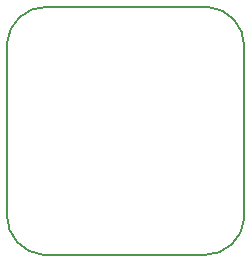
<source format=gbr>
G04 #@! TF.GenerationSoftware,KiCad,Pcbnew,(5.0.2)-1*
G04 #@! TF.CreationDate,2019-08-16T13:34:43+08:00*
G04 #@! TF.ProjectId,IRMQTT,49524d51-5454-42e6-9b69-6361645f7063,rev?*
G04 #@! TF.SameCoordinates,Original*
G04 #@! TF.FileFunction,Profile,NP*
%FSLAX46Y46*%
G04 Gerber Fmt 4.6, Leading zero omitted, Abs format (unit mm)*
G04 Created by KiCad (PCBNEW (5.0.2)-1) date 2019-08-16 13:34:43*
%MOMM*%
%LPD*%
G01*
G04 APERTURE LIST*
%ADD10C,0.150000*%
G04 APERTURE END LIST*
D10*
X82557620Y-63860680D02*
X82560160Y-49314100D01*
X62458600Y-49034700D02*
X62458600Y-63581280D01*
X79494380Y-45948600D02*
X65821560Y-45948600D01*
X79479140Y-45948600D02*
G75*
G02X82559815Y-49311102I-247282J-3319042D01*
G01*
X79222600Y-66949320D02*
X65547240Y-66949320D01*
X65539620Y-66949320D02*
G75*
G02X62458945Y-63586818I247282J3319042D01*
G01*
X62458600Y-49029620D02*
G75*
G02X65821102Y-45948945I3319042J-247282D01*
G01*
X82557162Y-63868645D02*
G75*
G02X79194660Y-66949320I-3319042J247282D01*
G01*
M02*

</source>
